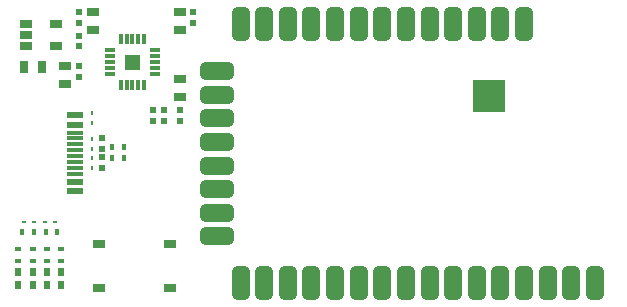
<source format=gtp>
G04 Layer_Color=8421504*
%FSAX25Y25*%
%MOIN*%
G70*
G01*
G75*
G04:AMPARAMS|DCode=10|XSize=33.07mil|YSize=10.63mil|CornerRadius=1.33mil|HoleSize=0mil|Usage=FLASHONLY|Rotation=90.000|XOffset=0mil|YOffset=0mil|HoleType=Round|Shape=RoundedRectangle|*
%AMROUNDEDRECTD10*
21,1,0.03307,0.00797,0,0,90.0*
21,1,0.03041,0.01063,0,0,90.0*
1,1,0.00266,0.00399,0.01521*
1,1,0.00266,0.00399,-0.01521*
1,1,0.00266,-0.00399,-0.01521*
1,1,0.00266,-0.00399,0.01521*
%
%ADD10ROUNDEDRECTD10*%
G04:AMPARAMS|DCode=11|XSize=33.07mil|YSize=10.63mil|CornerRadius=1.33mil|HoleSize=0mil|Usage=FLASHONLY|Rotation=0.000|XOffset=0mil|YOffset=0mil|HoleType=Round|Shape=RoundedRectangle|*
%AMROUNDEDRECTD11*
21,1,0.03307,0.00797,0,0,0.0*
21,1,0.03041,0.01063,0,0,0.0*
1,1,0.00266,0.01521,-0.00399*
1,1,0.00266,-0.01521,-0.00399*
1,1,0.00266,-0.01521,0.00399*
1,1,0.00266,0.01521,0.00399*
%
%ADD11ROUNDEDRECTD11*%
%ADD13R,0.03937X0.03150*%
%ADD14R,0.02362X0.01968*%
%ADD15R,0.11024X0.11024*%
G04:AMPARAMS|DCode=16|XSize=110.24mil|YSize=59.84mil|CornerRadius=14.96mil|HoleSize=0mil|Usage=FLASHONLY|Rotation=270.000|XOffset=0mil|YOffset=0mil|HoleType=Round|Shape=RoundedRectangle|*
%AMROUNDEDRECTD16*
21,1,0.11024,0.02992,0,0,270.0*
21,1,0.08031,0.05984,0,0,270.0*
1,1,0.02992,-0.01496,-0.04016*
1,1,0.02992,-0.01496,0.04016*
1,1,0.02992,0.01496,0.04016*
1,1,0.02992,0.01496,-0.04016*
%
%ADD16ROUNDEDRECTD16*%
G04:AMPARAMS|DCode=17|XSize=110.24mil|YSize=59.84mil|CornerRadius=14.96mil|HoleSize=0mil|Usage=FLASHONLY|Rotation=180.000|XOffset=0mil|YOffset=0mil|HoleType=Round|Shape=RoundedRectangle|*
%AMROUNDEDRECTD17*
21,1,0.11024,0.02992,0,0,180.0*
21,1,0.08031,0.05984,0,0,180.0*
1,1,0.02992,-0.04016,0.01496*
1,1,0.02992,0.04016,0.01496*
1,1,0.02992,0.04016,-0.01496*
1,1,0.02992,-0.04016,-0.01496*
%
%ADD17ROUNDEDRECTD17*%
%ADD18R,0.03937X0.02756*%
%ADD19R,0.05512X0.01181*%
%ADD20R,0.05512X0.02362*%
%ADD21R,0.03150X0.03937*%
%ADD22R,0.00984X0.01417*%
%ADD23R,0.01575X0.02362*%
%ADD24R,0.01968X0.02756*%
%ADD25R,0.02362X0.01575*%
%ADD26R,0.01417X0.00984*%
%ADD27R,0.03937X0.02953*%
G36*
X0147165Y0179016D02*
X0142205D01*
Y0183976D01*
X0147165D01*
Y0179016D01*
D02*
G37*
D10*
X0140748Y0173878D02*
D03*
X0142717D02*
D03*
X0144685D02*
D03*
X0146653D02*
D03*
X0148622D02*
D03*
Y0189114D02*
D03*
X0146653D02*
D03*
X0144685D02*
D03*
X0142717D02*
D03*
X0140748D02*
D03*
D11*
X0137067Y0185433D02*
D03*
Y0183465D02*
D03*
Y0181496D02*
D03*
Y0179528D02*
D03*
Y0177559D02*
D03*
X0152303D02*
D03*
Y0179528D02*
D03*
Y0181496D02*
D03*
Y0183465D02*
D03*
Y0185433D02*
D03*
D13*
X0160630Y0175787D02*
D03*
Y0169882D02*
D03*
X0160630Y0192323D02*
D03*
Y0198228D02*
D03*
X0131496Y0192323D02*
D03*
Y0198228D02*
D03*
X0122047Y0174213D02*
D03*
Y0180118D02*
D03*
D14*
X0160630Y0162008D02*
D03*
Y0165551D02*
D03*
X0155118Y0162008D02*
D03*
Y0165551D02*
D03*
X0151575Y0162008D02*
D03*
Y0165551D02*
D03*
X0164961Y0194685D02*
D03*
Y0198228D02*
D03*
X0126772Y0194685D02*
D03*
Y0198228D02*
D03*
Y0186811D02*
D03*
Y0190354D02*
D03*
Y0176575D02*
D03*
Y0180118D02*
D03*
X0134646Y0149803D02*
D03*
Y0146260D02*
D03*
Y0152559D02*
D03*
Y0156102D02*
D03*
D15*
X0263386Y0170276D02*
D03*
D16*
X0298819Y0108071D02*
D03*
X0290945D02*
D03*
X0283071D02*
D03*
X0275197D02*
D03*
X0267323D02*
D03*
X0259449D02*
D03*
X0251575D02*
D03*
X0243701D02*
D03*
X0235827D02*
D03*
X0227953D02*
D03*
X0220079D02*
D03*
X0212205D02*
D03*
X0204331D02*
D03*
X0196457D02*
D03*
X0188583D02*
D03*
X0180709D02*
D03*
Y0194291D02*
D03*
X0188583Y0194291D02*
D03*
X0196457Y0194291D02*
D03*
X0204331Y0194291D02*
D03*
X0212205D02*
D03*
X0220079D02*
D03*
X0227953D02*
D03*
X0235827Y0194291D02*
D03*
X0243701Y0194291D02*
D03*
X0251575D02*
D03*
X0259449D02*
D03*
X0267323D02*
D03*
X0275197Y0194291D02*
D03*
D17*
X0172835Y0123425D02*
D03*
Y0131299D02*
D03*
Y0139173D02*
D03*
Y0147047D02*
D03*
Y0154921D02*
D03*
Y0162795D02*
D03*
Y0170669D02*
D03*
Y0178543D02*
D03*
D18*
X0109055Y0194291D02*
D03*
Y0190551D02*
D03*
Y0186811D02*
D03*
X0119291D02*
D03*
Y0194291D02*
D03*
D19*
X0125452Y0158071D02*
D03*
Y0154134D02*
D03*
Y0148228D02*
D03*
X0125452Y0144291D02*
D03*
X0125452Y0146260D02*
D03*
Y0150197D02*
D03*
Y0152165D02*
D03*
Y0156102D02*
D03*
D20*
Y0141732D02*
D03*
Y0138583D02*
D03*
Y0160630D02*
D03*
Y0163779D02*
D03*
D21*
X0108465Y0179921D02*
D03*
X0114370D02*
D03*
D22*
X0131102Y0164646D02*
D03*
Y0161339D02*
D03*
Y0146378D02*
D03*
Y0149685D02*
D03*
Y0155984D02*
D03*
Y0152677D02*
D03*
D23*
X0137795Y0149606D02*
D03*
X0141732D02*
D03*
X0137795Y0153150D02*
D03*
X0141732D02*
D03*
X0119685Y0124803D02*
D03*
X0115748D02*
D03*
X0107874D02*
D03*
X0111811D02*
D03*
D24*
X0120866Y0107283D02*
D03*
Y0111614D02*
D03*
X0111417Y0107283D02*
D03*
Y0111614D02*
D03*
X0116142Y0107283D02*
D03*
Y0111614D02*
D03*
X0106693Y0107283D02*
D03*
Y0111614D02*
D03*
D25*
X0120866Y0115354D02*
D03*
Y0119291D02*
D03*
X0106693Y0115354D02*
D03*
Y0119291D02*
D03*
X0111417Y0115354D02*
D03*
Y0119291D02*
D03*
X0116142Y0115354D02*
D03*
Y0119291D02*
D03*
D26*
X0118976Y0128347D02*
D03*
X0115669D02*
D03*
X0108583D02*
D03*
X0111890D02*
D03*
D27*
X0133465Y0106228D02*
D03*
X0157087D02*
D03*
Y0120992D02*
D03*
X0133465D02*
D03*
M02*

</source>
